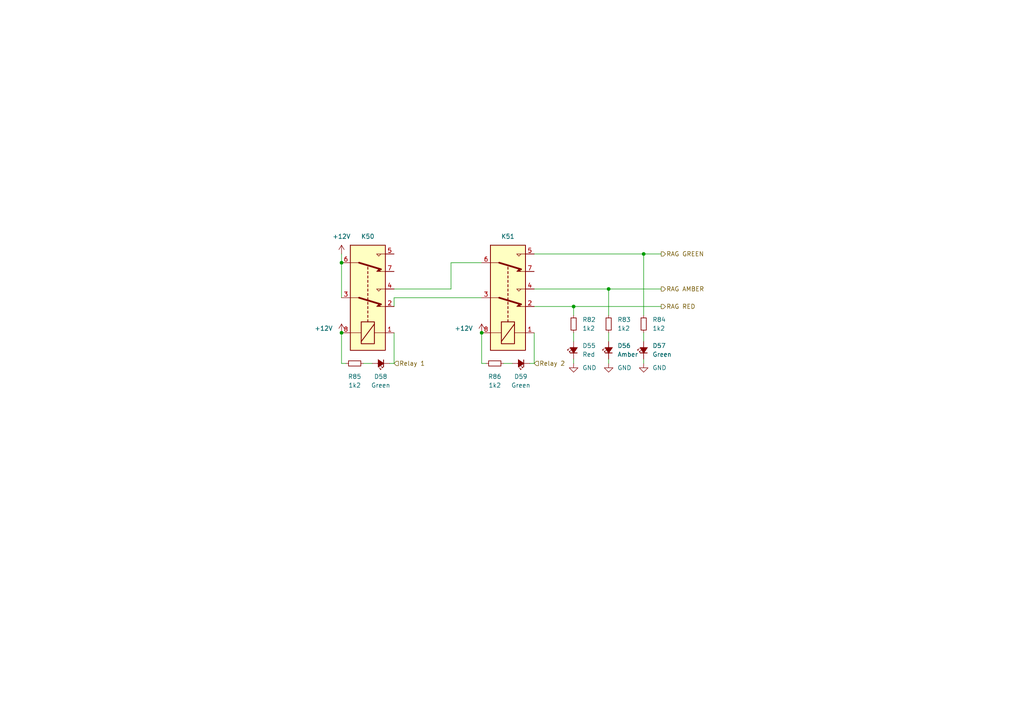
<source format=kicad_sch>
(kicad_sch (version 20211123) (generator eeschema)
  (paper "A4")
  (lib_symbols
    (symbol "Device:LED_Small_Filled" (pin_numbers hide) (pin_names (offset 0.254) hide)
      (property "Reference" "D" (at -1.27 3.175 0))
      (property "Value" "LED_Small_Filled" (at -4.445 -2.54 0))
      (symbol "LED_Small_Filled_0_1"
        (polyline (pts (xy -0.762 -1.016) (xy -0.762 1.016)) (stroke (width 0.254)))
        (polyline (pts (xy 1.016 0) (xy -0.762 0)))
        (polyline (pts (xy 0.762 -1.016) (xy -0.762 0) (xy 0.762 1.016) (xy 0.762 -1.016)) (stroke (width 0.254)) (fill (type outline)))
        (polyline (pts (xy 0 0.762) (xy -0.508 1.27) (xy -0.254 1.27) (xy -0.508 1.27) (xy -0.508 1.016)))
        (polyline (pts (xy 0.508 1.27) (xy 0 1.778) (xy 0.254 1.778) (xy 0 1.778) (xy 0 1.524)))
      )
      (symbol "LED_Small_Filled_1_1"
        (pin passive line (at -2.54 0 0) (length 1.778) (name "K") (number "1"))
        (pin passive line (at 2.54 0 180) (length 1.778) (name "A") (number "2"))
      )
    )
    (symbol "Device:R_Small" (pin_numbers hide) (pin_names (offset 0.254) hide)
      (property "Reference" "R" (at 0.762 0.508 0))
      (property "Value" "R_Small" (at 0.762 -1.016 0))
      (symbol "R_Small_0_1"
        (rectangle (start -0.762 1.778) (end 0.762 -1.778) (stroke (width 0.2032)))
      )
      (symbol "R_Small_1_1"
        (pin passive line (at 0 2.54 270) (length 0.762) (name "~") (number "1"))
        (pin passive line (at 0 -2.54 90) (length 0.762) (name "~") (number "2"))
      )
    )
    (symbol "Relay:G2RL-2-DC24"
      (property "Reference" "RL" (at 16.51 3.81 0))
      (property "Value" "G2RL-2-DC24" (at 16.51 1.27 0))
      (symbol "G2RL-2-DC24_0_1"
        (rectangle (start -15.24 5.08) (end 15.24 -5.08) (stroke (width 0.254)) (fill (type background)))
        (rectangle (start -13.335 1.905) (end -6.985 -1.905) (stroke (width 0.254)))
        (polyline (pts (xy -12.7 -1.905) (xy -7.62 1.905)) (stroke (width 0.254)))
        (polyline (pts (xy -10.16 -5.08) (xy -10.16 -1.905)))
        (polyline (pts (xy -10.16 5.08) (xy -10.16 1.905)))
        (polyline (pts (xy -6.985 0) (xy -6.35 0)) (stroke (width 0.254)))
        (polyline (pts (xy -5.715 0) (xy -5.08 0)) (stroke (width 0.254)))
        (polyline (pts (xy -4.445 0) (xy -3.81 0)) (stroke (width 0.254)))
        (polyline (pts (xy -3.175 0) (xy -2.54 0)) (stroke (width 0.254)))
        (polyline (pts (xy -1.905 0) (xy -1.27 0)) (stroke (width 0.254)))
        (polyline (pts (xy -0.635 0) (xy 0 0)) (stroke (width 0.254)))
        (polyline (pts (xy 0 -2.54) (xy -1.905 3.81)) (stroke (width 0.508)))
        (polyline (pts (xy 0 -2.54) (xy 0 -5.08)))
        (polyline (pts (xy 0.635 0) (xy 1.27 0)) (stroke (width 0.254)))
        (polyline (pts (xy 1.905 0) (xy 2.54 0)) (stroke (width 0.254)))
        (polyline (pts (xy 3.175 0) (xy 3.81 0)) (stroke (width 0.254)))
        (polyline (pts (xy 4.445 0) (xy 5.08 0)) (stroke (width 0.254)))
        (polyline (pts (xy 5.715 0) (xy 6.35 0)) (stroke (width 0.254)))
        (polyline (pts (xy 6.985 0) (xy 7.62 0)) (stroke (width 0.254)))
        (polyline (pts (xy 8.255 0) (xy 8.89 0)) (stroke (width 0.254)))
        (polyline (pts (xy 10.16 -2.54) (xy 8.255 3.81)) (stroke (width 0.508)))
        (polyline (pts (xy 10.16 -2.54) (xy 10.16 -5.08)))
        (polyline (pts (xy -2.54 5.08) (xy -2.54 2.54) (xy -1.905 3.175) (xy -2.54 3.81)) (fill (type outline)))
        (polyline (pts (xy 2.54 5.08) (xy 2.54 2.54) (xy 1.905 3.175) (xy 2.54 3.81)))
        (polyline (pts (xy 7.62 5.08) (xy 7.62 2.54) (xy 8.255 3.175) (xy 7.62 3.81)) (fill (type outline)))
        (polyline (pts (xy 12.7 5.08) (xy 12.7 2.54) (xy 12.065 3.175) (xy 12.7 3.81)))
      )
      (symbol "G2RL-2-DC24_1_1"
        (pin passive line (at -10.16 7.62 270) (length 2.54) (name "~") (number "1"))
        (pin passive line (at -2.54 7.62 270) (length 2.54) (name "~") (number "2"))
        (pin passive line (at 0 -7.62 90) (length 2.54) (name "~") (number "3"))
        (pin passive line (at 2.54 7.62 270) (length 2.54) (name "~") (number "4"))
        (pin passive line (at 12.7 7.62 270) (length 2.54) (name "~") (number "5"))
        (pin passive line (at 10.16 -7.62 90) (length 2.54) (name "~") (number "6"))
        (pin passive line (at 7.62 7.62 270) (length 2.54) (name "~") (number "7"))
        (pin passive line (at -10.16 -7.62 90) (length 2.54) (name "~") (number "8"))
      )
    )
    (symbol "power:+12V" (power) (pin_names (offset 0))
      (property "Value" "+12V" (at 0 3.556 0))
      (symbol "+12V_0_1"
        (polyline (pts (xy -0.762 1.27) (xy 0 2.54)))
        (polyline (pts (xy 0 0) (xy 0 2.54)))
        (polyline (pts (xy 0 2.54) (xy 0.762 1.27)))
      )
      (symbol "+12V_1_1"
        (pin power_in line (at 0 0 90) (length 0) hide (name "+12V") (number "1"))
      )
    )
    (symbol "power:GND" (power) (pin_names (offset 0))
      (property "Value" "GND" (at 0 -3.81 0))
      (symbol "GND_0_1"
        (polyline (pts (xy 0 0) (xy 0 -1.27) (xy 1.27 -1.27) (xy 0 -2.54) (xy -1.27 -1.27) (xy 0 -1.27)))
      )
      (symbol "GND_1_1"
        (pin power_in line (at 0 0 270) (length 0) hide (name "GND") (number "1"))
      )
    )
  )
  (junction (at 186.69 73.66))
  (junction (at 166.37 88.9))
  (junction (at 99.06 76.2))
  (junction (at 139.7 96.52))
  (junction (at 99.06 96.52))
  (junction (at 176.53 83.82))
  (wire (pts (xy 154.94 88.9) (xy 166.37 88.9)))
  (wire (pts (xy 99.06 76.2) (xy 99.06 86.36)))
  (wire (pts (xy 186.69 104.14) (xy 186.69 105.41)))
  (wire (pts (xy 99.06 73.66) (xy 99.06 76.2)))
  (wire (pts (xy 114.3 86.36) (xy 114.3 88.9)))
  (wire (pts (xy 154.94 105.41) (xy 153.67 105.41)))
  (wire (pts (xy 176.53 104.14) (xy 176.53 105.41)))
  (wire (pts (xy 130.81 83.82) (xy 114.3 83.82)))
  (wire (pts (xy 105.41 105.41) (xy 107.95 105.41)))
  (wire (pts (xy 99.06 105.41) (xy 99.06 96.52)))
  (wire (pts (xy 166.37 104.14) (xy 166.37 105.41)))
  (wire (pts (xy 176.53 83.82) (xy 176.53 91.44)))
  (wire (pts (xy 176.53 96.52) (xy 176.53 99.06)))
  (wire (pts (xy 186.69 73.66) (xy 186.69 91.44)))
  (wire (pts (xy 140.97 105.41) (xy 139.7 105.41)))
  (wire (pts (xy 166.37 88.9) (xy 166.37 91.44)))
  (wire (pts (xy 191.77 83.82) (xy 176.53 83.82)))
  (wire (pts (xy 139.7 76.2) (xy 130.81 76.2)))
  (wire (pts (xy 154.94 105.41) (xy 154.94 96.52)))
  (wire (pts (xy 139.7 86.36) (xy 114.3 86.36)))
  (wire (pts (xy 166.37 96.52) (xy 166.37 99.06)))
  (wire (pts (xy 100.33 105.41) (xy 99.06 105.41)))
  (wire (pts (xy 146.05 105.41) (xy 148.59 105.41)))
  (wire (pts (xy 186.69 73.66) (xy 191.77 73.66)))
  (wire (pts (xy 114.3 105.41) (xy 113.03 105.41)))
  (wire (pts (xy 176.53 83.82) (xy 154.94 83.82)))
  (wire (pts (xy 130.81 76.2) (xy 130.81 83.82)))
  (wire (pts (xy 154.94 73.66) (xy 186.69 73.66)))
  (wire (pts (xy 166.37 88.9) (xy 191.77 88.9)))
  (wire (pts (xy 139.7 105.41) (xy 139.7 96.52)))
  (wire (pts (xy 186.69 96.52) (xy 186.69 99.06)))
  (wire (pts (xy 114.3 96.52) (xy 114.3 105.41)))
  (hierarchical_label "RAG GREEN" (shape output) (at 191.77 73.66 0))
  (hierarchical_label "Relay 1" (shape input) (at 114.3 105.41 0))
  (hierarchical_label "Relay 2" (shape input) (at 154.94 105.41 0))
  (hierarchical_label "RAG AMBER" (shape output) (at 191.77 83.82 0))
  (hierarchical_label "RAG RED" (shape output) (at 191.77 88.9 0))
  (symbol (lib_id "Device:R_Small") (at 166.37 93.98 0) (unit 1)
    (property "Reference" "R82" (at 168.91 92.7099 0) (effects (justify left)))
    (property "Value" "1k2" (at 168.91 95.2499 0) (effects (justify left)))
    (property "Footprint" "Resistor_SMD:R_1206_3216Metric_Pad1.30x1.75mm_HandSolder" (effects hide))
    (property "Datasheet" "https://industrial.panasonic.com/ww/products/pt/general-purpose-chip-resistors/models/ERJ6GEYJ681V" (effects hide))
    (property "Manufacturer" "Panasonic Electronics Company" (effects hide))
  )
  (symbol (lib_id "Device:LED_Small_Filled") (at 166.37 101.6 90) (unit 1)
    (property "Reference" "D55" (at 168.91 100.2664 90) (effects (justify right)))
    (property "Value" "Red" (at 168.91 102.8064 90) (effects (justify right)))
    (property "Footprint" "Diode_SMD:D_1206_3216Metric_Pad1.42x1.75mm_HandSolder" (effects hide))
    (property "Datasheet" "https://www.we-online.com/katalog/datasheet/150080VS75000.pdf" (effects hide))
    (property "DigiKey #" "732-4992-1-ND" (effects hide))
    (property "Manufacturer #" "150120SS75000" (effects hide))
    (property "Manufacturer" "Würth Elektronik" (effects hide))
    (property "RS #" "8154237P" (effects hide))
    (property "Description" "Red 630nm LED Indication - Discrete 1.9V 1206 (3216 Metric)" (effects hide))
  )
  (symbol (lib_id "Device:R_Small") (at 143.51 105.41 90) (unit 1)
    (property "Reference" "R86" (at 143.51 109.22 90))
    (property "Value" "1k2" (at 143.51 111.76 90))
    (property "Footprint" "Resistor_SMD:R_1206_3216Metric_Pad1.30x1.75mm_HandSolder" (effects hide))
    (property "Datasheet" "https://industrial.panasonic.com/ww/products/pt/general-purpose-chip-resistors/models/ERJ6GEYJ681V" (effects hide))
    (property "Manufacturer" "Panasonic Electronics Company" (effects hide))
  )
  (symbol (lib_id "power:GND") (at 176.53 105.41 0) (unit 1)
    (property "Reference" "#PWR0252" (effects hide))
    (property "Value" "GND" (at 179.07 106.6799 0) (effects (justify left)))
  )
  (symbol (lib_id "Device:R_Small") (at 176.53 93.98 0) (unit 1)
    (property "Reference" "R83" (at 179.07 92.7099 0) (effects (justify left)))
    (property "Value" "1k2" (at 179.07 95.2499 0) (effects (justify left)))
    (property "Footprint" "Resistor_SMD:R_1206_3216Metric_Pad1.30x1.75mm_HandSolder" (effects hide))
    (property "Datasheet" "https://industrial.panasonic.com/ww/products/pt/general-purpose-chip-resistors/models/ERJ6GEYJ681V" (effects hide))
    (property "Manufacturer" "Panasonic Electronics Company" (effects hide))
  )
  (symbol (lib_id "Relay:G2RL-2-DC24") (at 106.68 86.36 270) (mirror x) (unit 1)
    (property "Reference" "K50" (at 106.68 68.58 90))
    (property "Footprint" "Relay_THT:Relay_DPDT_Omron_G6K-2P" (effects hide))
    (property "Datasheet" "https://omronfs.omron.com/en_US/ecb/products/pdf/en-g6k.pdf" (effects hide))
    (property "DigiKey #" "Z117-ND" (effects hide))
    (property "Manufacture" "Omron Electronics Inc-EMC Div" (effects hide))
    (property "Manufacturer #" "G6K-2P DC12" (effects hide))
  )
  (symbol (lib_id "Device:R_Small") (at 186.69 93.98 0) (unit 1)
    (property "Reference" "R84" (at 189.23 92.7099 0) (effects (justify left)))
    (property "Value" "1k2" (at 189.23 95.2499 0) (effects (justify left)))
    (property "Footprint" "Resistor_SMD:R_1206_3216Metric_Pad1.30x1.75mm_HandSolder" (effects hide))
    (property "Datasheet" "https://industrial.panasonic.com/ww/products/pt/general-purpose-chip-resistors/models/ERJ6GEYJ681V" (effects hide))
    (property "Manufacturer" "Panasonic Electronics Company" (effects hide))
  )
  (symbol (lib_id "power:+12V") (at 139.7 96.52 0) (unit 1)
    (property "Reference" "#PWR0250" (effects hide))
    (property "Value" "+12V" (at 137.16 95.2499 0) (effects (justify right)))
  )
  (symbol (lib_id "Device:LED_Small_Filled") (at 151.13 105.41 180) (unit 1)
    (property "Reference" "D59" (at 151.0665 109.22 0))
    (property "Value" "Green" (at 151.0665 111.76 0))
    (property "Footprint" "Diode_SMD:D_1206_3216Metric_Pad1.42x1.75mm_HandSolder" (effects hide))
    (property "Datasheet" "https://www.we-online.com/katalog/datasheet/150080VS75000.pdf" (effects hide))
    (property "DigiKey #" "732-4993-1-ND" (effects hide))
    (property "Manufacturer #" "150120VS75000" (effects hide))
    (property "Manufacturer" "Würth Elektronik" (effects hide))
    (property "RS #" "8154237P" (effects hide))
    (property "Description" "Green 570nm LED Indication - Discrete 2V 1206 (3216 Metric)" (effects hide))
  )
  (symbol (lib_id "Device:LED_Small_Filled") (at 186.69 101.6 90) (unit 1)
    (property "Reference" "D57" (at 189.23 100.2664 90) (effects (justify right)))
    (property "Value" "Green" (at 189.23 102.8064 90) (effects (justify right)))
    (property "Footprint" "Diode_SMD:D_1206_3216Metric_Pad1.42x1.75mm_HandSolder" (effects hide))
    (property "Datasheet" "https://www.we-online.com/katalog/datasheet/150080VS75000.pdf" (effects hide))
    (property "DigiKey #" "732-4993-1-ND" (effects hide))
    (property "Manufacturer #" "150120VS75000" (effects hide))
    (property "Manufacturer" "Würth Elektronik" (effects hide))
    (property "RS #" "8154237P" (effects hide))
    (property "Description" "Green 570nm LED Indication - Discrete 2V 1206 (3216 Metric)" (effects hide))
  )
  (symbol (lib_id "Device:LED_Small_Filled") (at 110.49 105.41 180) (unit 1)
    (property "Reference" "D58" (at 110.4265 109.22 0))
    (property "Value" "Green" (at 110.4265 111.76 0))
    (property "Footprint" "Diode_SMD:D_1206_3216Metric_Pad1.42x1.75mm_HandSolder" (effects hide))
    (property "Datasheet" "https://www.we-online.com/katalog/datasheet/150080VS75000.pdf" (effects hide))
    (property "DigiKey #" "732-4993-1-ND" (effects hide))
    (property "Manufacturer #" "150120VS75000" (effects hide))
    (property "Manufacturer" "Würth Elektronik" (effects hide))
    (property "RS #" "8154237P" (effects hide))
    (property "Description" "Green 570nm LED Indication - Discrete 2V 1206 (3216 Metric)" (effects hide))
  )
  (symbol (lib_id "power:+12V") (at 99.06 73.66 0) (unit 1)
    (property "Reference" "#PWR0248" (effects hide))
    (property "Value" "+12V" (at 99.06 68.58 0))
  )
  (symbol (lib_id "power:+12V") (at 99.06 96.52 0) (unit 1)
    (property "Reference" "#PWR0249" (effects hide))
    (property "Value" "+12V" (at 96.52 95.2499 0) (effects (justify right)))
  )
  (symbol (lib_id "Device:R_Small") (at 102.87 105.41 90) (unit 1)
    (property "Reference" "R85" (at 102.87 109.22 90))
    (property "Value" "1k2" (at 102.87 111.76 90))
    (property "Footprint" "Resistor_SMD:R_1206_3216Metric_Pad1.30x1.75mm_HandSolder" (effects hide))
    (property "Datasheet" "https://industrial.panasonic.com/ww/products/pt/general-purpose-chip-resistors/models/ERJ6GEYJ681V" (effects hide))
    (property "Manufacturer" "Panasonic Electronics Company" (effects hide))
  )
  (symbol (lib_id "Device:LED_Small_Filled") (at 176.53 101.6 90) (unit 1)
    (property "Reference" "D56" (at 179.07 100.2664 90) (effects (justify right)))
    (property "Value" "Amber" (at 179.07 102.8064 90) (effects (justify right)))
    (property "Footprint" "Diode_SMD:D_1206_3216Metric_Pad1.42x1.75mm_HandSolder" (effects hide))
    (property "Datasheet" "https://www.we-online.com/katalog/datasheet/150080VS75000.pdf" (effects hide))
    (property "DigiKey #" "732-4988-1-ND" (effects hide))
    (property "Manufacturer #" "150120AS75000" (effects hide))
    (property "Manufacturer" "Würth Elektronik" (effects hide))
    (property "RS #" "8154237P" (effects hide))
    (property "Description" "Amber 605nm LED Indication - Discrete 2V 1206 (3216 Metric)" (effects hide))
  )
  (symbol (lib_id "power:GND") (at 166.37 105.41 0) (unit 1)
    (property "Reference" "#PWR0251" (effects hide))
    (property "Value" "GND" (at 168.91 106.6799 0) (effects (justify left)))
  )
  (symbol (lib_id "Relay:G2RL-2-DC24") (at 147.32 86.36 270) (mirror x) (unit 1)
    (property "Reference" "K51" (at 147.32 68.58 90))
    (property "Footprint" "Relay_THT:Relay_DPDT_Omron_G6K-2P" (effects hide))
    (property "Datasheet" "https://omronfs.omron.com/en_US/ecb/products/pdf/en-g6k.pdf" (effects hide))
    (property "DigiKey #" "Z117-ND" (effects hide))
    (property "Manufacture" "Omron Electronics Inc-EMC Div" (effects hide))
    (property "Manufacturer #" "G6K-2P DC12" (effects hide))
  )
  (symbol (lib_id "power:GND") (at 186.69 105.41 0) (unit 1)
    (property "Reference" "#PWR0253" (effects hide))
    (property "Value" "GND" (at 189.23 106.6799 0) (effects (justify left)))
  )
)
</source>
